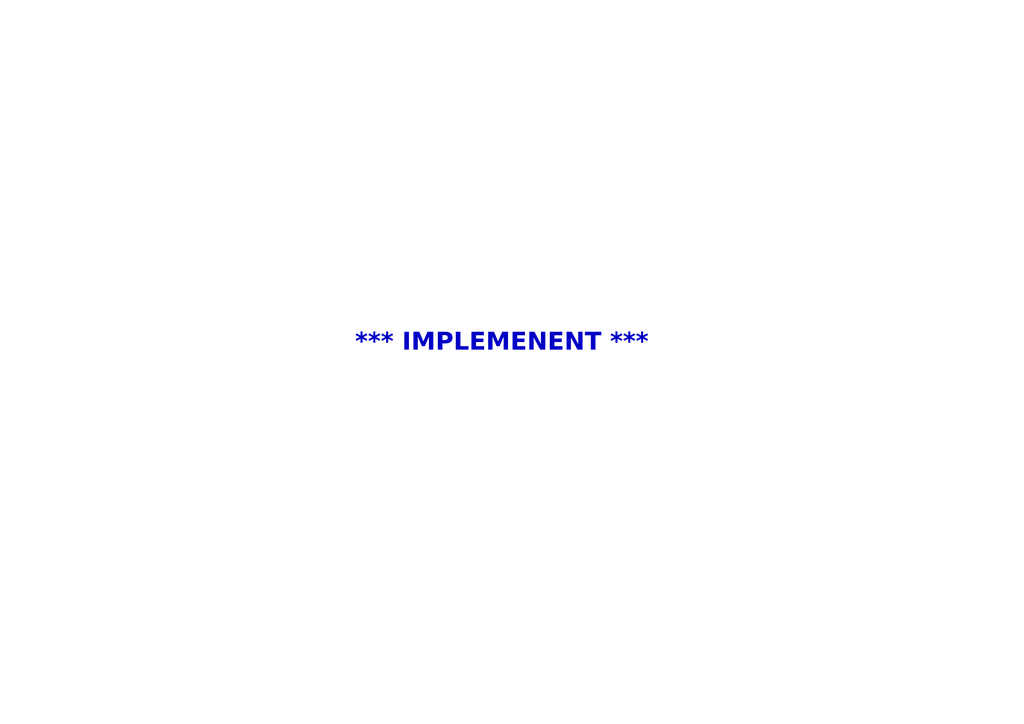
<source format=kicad_sch>
(kicad_sch
	(version 20250114)
	(generator "eeschema")
	(generator_version "9.0")
	(uuid "28d4f183-2f02-46cb-bd82-2f869b25969f")
	(paper "A4")
	(lib_symbols)
	(text "*** IMPLEMENENT ***"
		(exclude_from_sim no)
		(at 145.542 100.838 0)
		(effects
			(font
				(face "Bodoni 72 Smallcaps")
				(size 5.08 5.08)
				(bold yes)
			)
		)
		(uuid "4f7c26c1-2da1-4f7b-a850-1a8a25e4ac63")
	)
)

</source>
